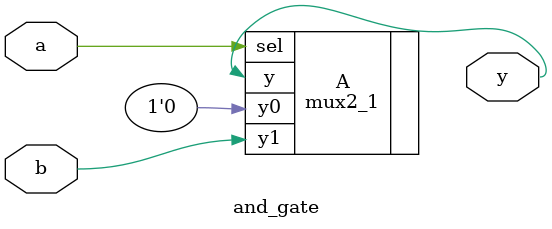
<source format=v>
`timescale 1ns / 1ps


module and_gate(input a,b,output y);
mux2_1 A(.sel(a),.y0(1'b0),.y1(b),.y(y));
endmodule

</source>
